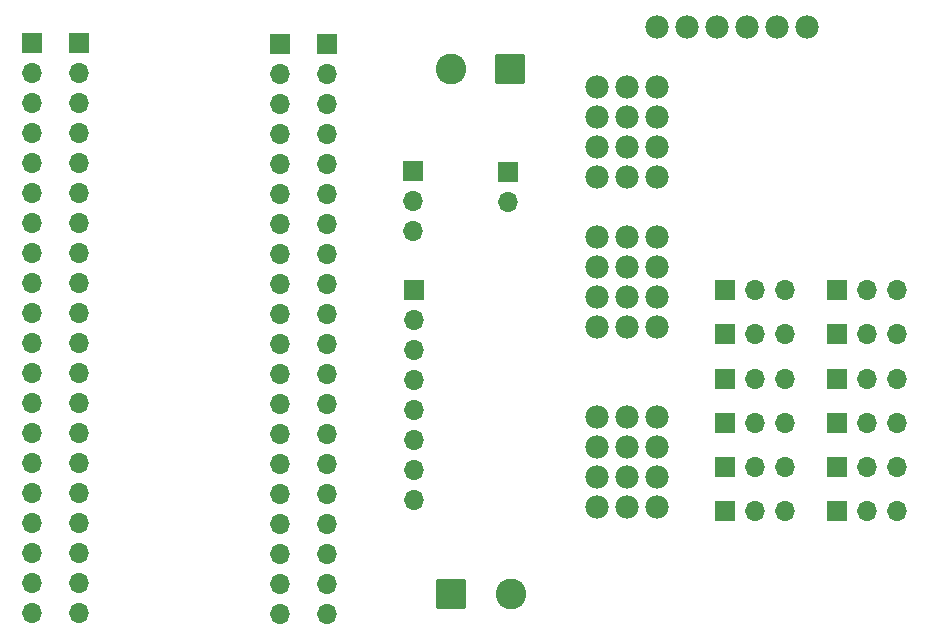
<source format=gbr>
%TF.GenerationSoftware,KiCad,Pcbnew,9.0.0*%
%TF.CreationDate,2025-03-26T16:22:17-04:00*%
%TF.ProjectId,spotmicro17mm,73706f74-6d69-4637-926f-31376d6d2e6b,rev?*%
%TF.SameCoordinates,Original*%
%TF.FileFunction,Soldermask,Top*%
%TF.FilePolarity,Negative*%
%FSLAX46Y46*%
G04 Gerber Fmt 4.6, Leading zero omitted, Abs format (unit mm)*
G04 Created by KiCad (PCBNEW 9.0.0) date 2025-03-26 16:22:17*
%MOMM*%
%LPD*%
G01*
G04 APERTURE LIST*
G04 Aperture macros list*
%AMRoundRect*
0 Rectangle with rounded corners*
0 $1 Rounding radius*
0 $2 $3 $4 $5 $6 $7 $8 $9 X,Y pos of 4 corners*
0 Add a 4 corners polygon primitive as box body*
4,1,4,$2,$3,$4,$5,$6,$7,$8,$9,$2,$3,0*
0 Add four circle primitives for the rounded corners*
1,1,$1+$1,$2,$3*
1,1,$1+$1,$4,$5*
1,1,$1+$1,$6,$7*
1,1,$1+$1,$8,$9*
0 Add four rect primitives between the rounded corners*
20,1,$1+$1,$2,$3,$4,$5,0*
20,1,$1+$1,$4,$5,$6,$7,0*
20,1,$1+$1,$6,$7,$8,$9,0*
20,1,$1+$1,$8,$9,$2,$3,0*%
G04 Aperture macros list end*
%ADD10R,1.700000X1.700000*%
%ADD11O,1.700000X1.700000*%
%ADD12RoundRect,0.250000X1.050000X1.050000X-1.050000X1.050000X-1.050000X-1.050000X1.050000X-1.050000X0*%
%ADD13C,2.600000*%
%ADD14RoundRect,0.250000X-1.050000X-1.050000X1.050000X-1.050000X1.050000X1.050000X-1.050000X1.050000X0*%
%ADD15C,1.982000*%
G04 APERTURE END LIST*
D10*
%TO.C,J9*%
X146170000Y-88000000D03*
D11*
X148710000Y-88000000D03*
X151250000Y-88000000D03*
%TD*%
D10*
%TO.C,J14*%
X91500000Y-63360000D03*
D11*
X91500000Y-65900000D03*
X91500000Y-68440000D03*
X91500000Y-70980000D03*
X91500000Y-73520000D03*
X91500000Y-76060000D03*
X91500000Y-78600000D03*
X91500000Y-81140000D03*
X91500000Y-83680000D03*
X91500000Y-86220000D03*
X91500000Y-88760000D03*
X91500000Y-91300000D03*
X91500000Y-93840000D03*
X91500000Y-96380000D03*
X91500000Y-98920000D03*
X91500000Y-101460000D03*
X91500000Y-104000000D03*
X91500000Y-106540000D03*
X91500000Y-109080000D03*
X91500000Y-111620000D03*
%TD*%
D10*
%TO.C,J6*%
X155670000Y-99250000D03*
D11*
X158210000Y-99250000D03*
X160750000Y-99250000D03*
%TD*%
D10*
%TO.C,J18*%
X127750000Y-74250000D03*
D11*
X127750000Y-76790000D03*
%TD*%
D12*
%TO.C,J21*%
X127993453Y-65577500D03*
D13*
X122993453Y-65577500D03*
%TD*%
D10*
%TO.C,J4*%
X155670000Y-91750000D03*
D11*
X158210000Y-91750000D03*
X160750000Y-91750000D03*
%TD*%
D10*
%TO.C,J17*%
X112500000Y-63400000D03*
D11*
X112500000Y-65940000D03*
X112500000Y-68480000D03*
X112500000Y-71020000D03*
X112500000Y-73560000D03*
X112500000Y-76100000D03*
X112500000Y-78640000D03*
X112500000Y-81180000D03*
X112500000Y-83720000D03*
X112500000Y-86260000D03*
X112500000Y-88800000D03*
X112500000Y-91340000D03*
X112500000Y-93880000D03*
X112500000Y-96420000D03*
X112500000Y-98960000D03*
X112500000Y-101500000D03*
X112500000Y-104040000D03*
X112500000Y-106580000D03*
X112500000Y-109120000D03*
X112500000Y-111660000D03*
%TD*%
D10*
%TO.C,J13*%
X146170000Y-103000000D03*
D11*
X148710000Y-103000000D03*
X151250000Y-103000000D03*
%TD*%
D10*
%TO.C,J3*%
X155670000Y-88000000D03*
D11*
X158210000Y-88000000D03*
X160750000Y-88000000D03*
%TD*%
D10*
%TO.C,J15*%
X108500000Y-63400000D03*
D11*
X108500000Y-65940000D03*
X108500000Y-68480000D03*
X108500000Y-71020000D03*
X108500000Y-73560000D03*
X108500000Y-76100000D03*
X108500000Y-78640000D03*
X108500000Y-81180000D03*
X108500000Y-83720000D03*
X108500000Y-86260000D03*
X108500000Y-88800000D03*
X108500000Y-91340000D03*
X108500000Y-93880000D03*
X108500000Y-96420000D03*
X108500000Y-98960000D03*
X108500000Y-101500000D03*
X108500000Y-104040000D03*
X108500000Y-106580000D03*
X108500000Y-109120000D03*
X108500000Y-111660000D03*
%TD*%
D10*
%TO.C,J11*%
X146170000Y-95500000D03*
D11*
X148710000Y-95500000D03*
X151250000Y-95500000D03*
%TD*%
D14*
%TO.C,J1*%
X123000000Y-110000000D03*
D13*
X128000000Y-110000000D03*
%TD*%
D10*
%TO.C,J16*%
X87500000Y-63360000D03*
D11*
X87500000Y-65900000D03*
X87500000Y-68440000D03*
X87500000Y-70980000D03*
X87500000Y-73520000D03*
X87500000Y-76060000D03*
X87500000Y-78600000D03*
X87500000Y-81140000D03*
X87500000Y-83680000D03*
X87500000Y-86220000D03*
X87500000Y-88760000D03*
X87500000Y-91300000D03*
X87500000Y-93840000D03*
X87500000Y-96380000D03*
X87500000Y-98920000D03*
X87500000Y-101460000D03*
X87500000Y-104000000D03*
X87500000Y-106540000D03*
X87500000Y-109080000D03*
X87500000Y-111620000D03*
%TD*%
D10*
%TO.C,J8*%
X146170000Y-84250000D03*
D11*
X148710000Y-84250000D03*
X151250000Y-84250000D03*
%TD*%
D10*
%TO.C,J5*%
X155670000Y-95500000D03*
D11*
X158210000Y-95500000D03*
X160750000Y-95500000D03*
%TD*%
D10*
%TO.C,J10*%
X146170000Y-91750000D03*
D11*
X148710000Y-91750000D03*
X151250000Y-91750000D03*
%TD*%
D10*
%TO.C,J20*%
X119800000Y-84260000D03*
D11*
X119800000Y-86800000D03*
X119800000Y-89340000D03*
X119800000Y-91880000D03*
X119800000Y-94420000D03*
X119800000Y-96960000D03*
X119800000Y-99500000D03*
X119800000Y-102040000D03*
%TD*%
D10*
%TO.C,J12*%
X146170000Y-99250000D03*
D11*
X148710000Y-99250000D03*
X151250000Y-99250000D03*
%TD*%
D10*
%TO.C,J19*%
X119750000Y-74210000D03*
D11*
X119750000Y-76750000D03*
X119750000Y-79290000D03*
%TD*%
D10*
%TO.C,J7*%
X155670000Y-103000000D03*
D11*
X158210000Y-103000000D03*
X160750000Y-103000000D03*
%TD*%
D15*
%TO.C,U2*%
X140440000Y-67050000D03*
X140440000Y-69590000D03*
X140440000Y-72130000D03*
X140440000Y-74670000D03*
X140440000Y-79750000D03*
X140440000Y-82290000D03*
X140440000Y-84830000D03*
X140440000Y-87370000D03*
X140440000Y-94990000D03*
X140440000Y-97530000D03*
X140440000Y-100070000D03*
X140440000Y-102610000D03*
X153140000Y-61970000D03*
X135360000Y-67050000D03*
X135360000Y-69590000D03*
X135360000Y-72130000D03*
X135360000Y-74670000D03*
X135360000Y-79750000D03*
X135360000Y-82290000D03*
X135360000Y-84830000D03*
X135360000Y-87370000D03*
X135360000Y-94990000D03*
X135360000Y-97530000D03*
X135360000Y-100070000D03*
X135360000Y-102610000D03*
X150600000Y-61970000D03*
X148060000Y-61970000D03*
X145520000Y-61970000D03*
X140440000Y-61970000D03*
X137900000Y-67050000D03*
X137900000Y-69590000D03*
X137900000Y-72130000D03*
X137900000Y-74670000D03*
X137900000Y-79750000D03*
X137900000Y-82290000D03*
X137900000Y-84830000D03*
X137900000Y-87370000D03*
X137900000Y-94990000D03*
X137900000Y-97530000D03*
X137900000Y-100070000D03*
X137900000Y-102610000D03*
X142980000Y-61970000D03*
%TD*%
D10*
%TO.C,J2*%
X155670000Y-84250000D03*
D11*
X158210000Y-84250000D03*
X160750000Y-84250000D03*
%TD*%
M02*

</source>
